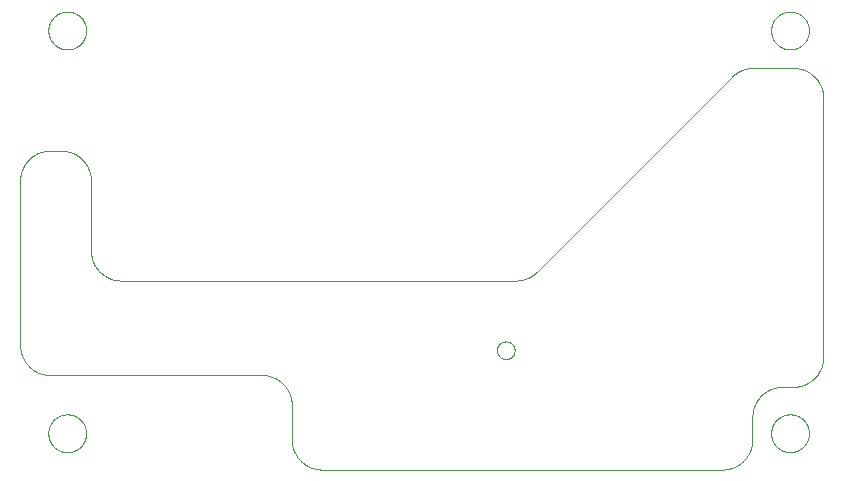
<source format=gtp>
G75*
%MOIN*%
%OFA0B0*%
%FSLAX25Y25*%
%IPPOS*%
%LPD*%
%AMOC8*
5,1,8,0,0,1.08239X$1,22.5*
%
%ADD10C,0.00000*%
D10*
X0010410Y0013087D02*
X0010412Y0013245D01*
X0010418Y0013403D01*
X0010428Y0013561D01*
X0010442Y0013719D01*
X0010460Y0013876D01*
X0010481Y0014033D01*
X0010507Y0014189D01*
X0010537Y0014345D01*
X0010570Y0014500D01*
X0010608Y0014653D01*
X0010649Y0014806D01*
X0010694Y0014958D01*
X0010743Y0015109D01*
X0010796Y0015258D01*
X0010852Y0015406D01*
X0010912Y0015552D01*
X0010976Y0015697D01*
X0011044Y0015840D01*
X0011115Y0015982D01*
X0011189Y0016122D01*
X0011267Y0016259D01*
X0011349Y0016395D01*
X0011433Y0016529D01*
X0011522Y0016660D01*
X0011613Y0016789D01*
X0011708Y0016916D01*
X0011805Y0017041D01*
X0011906Y0017163D01*
X0012010Y0017282D01*
X0012117Y0017399D01*
X0012227Y0017513D01*
X0012340Y0017624D01*
X0012455Y0017733D01*
X0012573Y0017838D01*
X0012694Y0017940D01*
X0012817Y0018040D01*
X0012943Y0018136D01*
X0013071Y0018229D01*
X0013201Y0018319D01*
X0013334Y0018405D01*
X0013469Y0018489D01*
X0013605Y0018568D01*
X0013744Y0018645D01*
X0013885Y0018717D01*
X0014027Y0018787D01*
X0014171Y0018852D01*
X0014317Y0018914D01*
X0014464Y0018972D01*
X0014613Y0019027D01*
X0014763Y0019078D01*
X0014914Y0019125D01*
X0015066Y0019168D01*
X0015219Y0019207D01*
X0015374Y0019243D01*
X0015529Y0019274D01*
X0015685Y0019302D01*
X0015841Y0019326D01*
X0015998Y0019346D01*
X0016156Y0019362D01*
X0016313Y0019374D01*
X0016472Y0019382D01*
X0016630Y0019386D01*
X0016788Y0019386D01*
X0016946Y0019382D01*
X0017105Y0019374D01*
X0017262Y0019362D01*
X0017420Y0019346D01*
X0017577Y0019326D01*
X0017733Y0019302D01*
X0017889Y0019274D01*
X0018044Y0019243D01*
X0018199Y0019207D01*
X0018352Y0019168D01*
X0018504Y0019125D01*
X0018655Y0019078D01*
X0018805Y0019027D01*
X0018954Y0018972D01*
X0019101Y0018914D01*
X0019247Y0018852D01*
X0019391Y0018787D01*
X0019533Y0018717D01*
X0019674Y0018645D01*
X0019813Y0018568D01*
X0019949Y0018489D01*
X0020084Y0018405D01*
X0020217Y0018319D01*
X0020347Y0018229D01*
X0020475Y0018136D01*
X0020601Y0018040D01*
X0020724Y0017940D01*
X0020845Y0017838D01*
X0020963Y0017733D01*
X0021078Y0017624D01*
X0021191Y0017513D01*
X0021301Y0017399D01*
X0021408Y0017282D01*
X0021512Y0017163D01*
X0021613Y0017041D01*
X0021710Y0016916D01*
X0021805Y0016789D01*
X0021896Y0016660D01*
X0021985Y0016529D01*
X0022069Y0016395D01*
X0022151Y0016259D01*
X0022229Y0016122D01*
X0022303Y0015982D01*
X0022374Y0015840D01*
X0022442Y0015697D01*
X0022506Y0015552D01*
X0022566Y0015406D01*
X0022622Y0015258D01*
X0022675Y0015109D01*
X0022724Y0014958D01*
X0022769Y0014806D01*
X0022810Y0014653D01*
X0022848Y0014500D01*
X0022881Y0014345D01*
X0022911Y0014189D01*
X0022937Y0014033D01*
X0022958Y0013876D01*
X0022976Y0013719D01*
X0022990Y0013561D01*
X0023000Y0013403D01*
X0023006Y0013245D01*
X0023008Y0013087D01*
X0023006Y0012929D01*
X0023000Y0012771D01*
X0022990Y0012613D01*
X0022976Y0012455D01*
X0022958Y0012298D01*
X0022937Y0012141D01*
X0022911Y0011985D01*
X0022881Y0011829D01*
X0022848Y0011674D01*
X0022810Y0011521D01*
X0022769Y0011368D01*
X0022724Y0011216D01*
X0022675Y0011065D01*
X0022622Y0010916D01*
X0022566Y0010768D01*
X0022506Y0010622D01*
X0022442Y0010477D01*
X0022374Y0010334D01*
X0022303Y0010192D01*
X0022229Y0010052D01*
X0022151Y0009915D01*
X0022069Y0009779D01*
X0021985Y0009645D01*
X0021896Y0009514D01*
X0021805Y0009385D01*
X0021710Y0009258D01*
X0021613Y0009133D01*
X0021512Y0009011D01*
X0021408Y0008892D01*
X0021301Y0008775D01*
X0021191Y0008661D01*
X0021078Y0008550D01*
X0020963Y0008441D01*
X0020845Y0008336D01*
X0020724Y0008234D01*
X0020601Y0008134D01*
X0020475Y0008038D01*
X0020347Y0007945D01*
X0020217Y0007855D01*
X0020084Y0007769D01*
X0019949Y0007685D01*
X0019813Y0007606D01*
X0019674Y0007529D01*
X0019533Y0007457D01*
X0019391Y0007387D01*
X0019247Y0007322D01*
X0019101Y0007260D01*
X0018954Y0007202D01*
X0018805Y0007147D01*
X0018655Y0007096D01*
X0018504Y0007049D01*
X0018352Y0007006D01*
X0018199Y0006967D01*
X0018044Y0006931D01*
X0017889Y0006900D01*
X0017733Y0006872D01*
X0017577Y0006848D01*
X0017420Y0006828D01*
X0017262Y0006812D01*
X0017105Y0006800D01*
X0016946Y0006792D01*
X0016788Y0006788D01*
X0016630Y0006788D01*
X0016472Y0006792D01*
X0016313Y0006800D01*
X0016156Y0006812D01*
X0015998Y0006828D01*
X0015841Y0006848D01*
X0015685Y0006872D01*
X0015529Y0006900D01*
X0015374Y0006931D01*
X0015219Y0006967D01*
X0015066Y0007006D01*
X0014914Y0007049D01*
X0014763Y0007096D01*
X0014613Y0007147D01*
X0014464Y0007202D01*
X0014317Y0007260D01*
X0014171Y0007322D01*
X0014027Y0007387D01*
X0013885Y0007457D01*
X0013744Y0007529D01*
X0013605Y0007606D01*
X0013469Y0007685D01*
X0013334Y0007769D01*
X0013201Y0007855D01*
X0013071Y0007945D01*
X0012943Y0008038D01*
X0012817Y0008134D01*
X0012694Y0008234D01*
X0012573Y0008336D01*
X0012455Y0008441D01*
X0012340Y0008550D01*
X0012227Y0008661D01*
X0012117Y0008775D01*
X0012010Y0008892D01*
X0011906Y0009011D01*
X0011805Y0009133D01*
X0011708Y0009258D01*
X0011613Y0009385D01*
X0011522Y0009514D01*
X0011433Y0009645D01*
X0011349Y0009779D01*
X0011267Y0009915D01*
X0011189Y0010052D01*
X0011115Y0010192D01*
X0011044Y0010334D01*
X0010976Y0010477D01*
X0010912Y0010622D01*
X0010852Y0010768D01*
X0010796Y0010916D01*
X0010743Y0011065D01*
X0010694Y0011216D01*
X0010649Y0011368D01*
X0010608Y0011521D01*
X0010570Y0011674D01*
X0010537Y0011829D01*
X0010507Y0011985D01*
X0010481Y0012141D01*
X0010460Y0012298D01*
X0010442Y0012455D01*
X0010428Y0012613D01*
X0010418Y0012771D01*
X0010412Y0012929D01*
X0010410Y0013087D01*
X0011000Y0032496D02*
X0081551Y0032496D01*
X0081793Y0032493D01*
X0082034Y0032484D01*
X0082275Y0032470D01*
X0082516Y0032449D01*
X0082756Y0032423D01*
X0082996Y0032391D01*
X0083235Y0032353D01*
X0083472Y0032310D01*
X0083709Y0032260D01*
X0083944Y0032205D01*
X0084178Y0032145D01*
X0084410Y0032078D01*
X0084641Y0032007D01*
X0084870Y0031929D01*
X0085097Y0031846D01*
X0085322Y0031758D01*
X0085545Y0031664D01*
X0085765Y0031565D01*
X0085983Y0031460D01*
X0086198Y0031351D01*
X0086411Y0031236D01*
X0086621Y0031116D01*
X0086827Y0030991D01*
X0087031Y0030861D01*
X0087232Y0030726D01*
X0087429Y0030586D01*
X0087623Y0030442D01*
X0087813Y0030293D01*
X0087999Y0030139D01*
X0088182Y0029981D01*
X0088361Y0029819D01*
X0088536Y0029652D01*
X0088707Y0029481D01*
X0088874Y0029306D01*
X0089036Y0029127D01*
X0089194Y0028944D01*
X0089348Y0028758D01*
X0089497Y0028568D01*
X0089641Y0028374D01*
X0089781Y0028177D01*
X0089916Y0027976D01*
X0090046Y0027772D01*
X0090171Y0027566D01*
X0090291Y0027356D01*
X0090406Y0027143D01*
X0090515Y0026928D01*
X0090620Y0026710D01*
X0090719Y0026490D01*
X0090813Y0026267D01*
X0090901Y0026042D01*
X0090984Y0025815D01*
X0091062Y0025586D01*
X0091133Y0025355D01*
X0091200Y0025123D01*
X0091260Y0024889D01*
X0091315Y0024654D01*
X0091365Y0024417D01*
X0091408Y0024180D01*
X0091446Y0023941D01*
X0091478Y0023701D01*
X0091504Y0023461D01*
X0091525Y0023220D01*
X0091539Y0022979D01*
X0091548Y0022738D01*
X0091551Y0022496D01*
X0091551Y0011000D01*
X0091554Y0010758D01*
X0091563Y0010517D01*
X0091577Y0010276D01*
X0091598Y0010035D01*
X0091624Y0009795D01*
X0091656Y0009555D01*
X0091694Y0009316D01*
X0091737Y0009079D01*
X0091787Y0008842D01*
X0091842Y0008607D01*
X0091902Y0008373D01*
X0091969Y0008141D01*
X0092040Y0007910D01*
X0092118Y0007681D01*
X0092201Y0007454D01*
X0092289Y0007229D01*
X0092383Y0007006D01*
X0092482Y0006786D01*
X0092587Y0006568D01*
X0092696Y0006353D01*
X0092811Y0006140D01*
X0092931Y0005930D01*
X0093056Y0005724D01*
X0093186Y0005520D01*
X0093321Y0005319D01*
X0093461Y0005122D01*
X0093605Y0004928D01*
X0093754Y0004738D01*
X0093908Y0004552D01*
X0094066Y0004369D01*
X0094228Y0004190D01*
X0094395Y0004015D01*
X0094566Y0003844D01*
X0094741Y0003677D01*
X0094920Y0003515D01*
X0095103Y0003357D01*
X0095289Y0003203D01*
X0095479Y0003054D01*
X0095673Y0002910D01*
X0095870Y0002770D01*
X0096071Y0002635D01*
X0096275Y0002505D01*
X0096481Y0002380D01*
X0096691Y0002260D01*
X0096904Y0002145D01*
X0097119Y0002036D01*
X0097337Y0001931D01*
X0097557Y0001832D01*
X0097780Y0001738D01*
X0098005Y0001650D01*
X0098232Y0001567D01*
X0098461Y0001489D01*
X0098692Y0001418D01*
X0098924Y0001351D01*
X0099158Y0001291D01*
X0099393Y0001236D01*
X0099630Y0001186D01*
X0099867Y0001143D01*
X0100106Y0001105D01*
X0100346Y0001073D01*
X0100586Y0001047D01*
X0100827Y0001026D01*
X0101068Y0001012D01*
X0101309Y0001003D01*
X0101551Y0001000D01*
X0235094Y0001000D01*
X0235336Y0001003D01*
X0235577Y0001012D01*
X0235818Y0001026D01*
X0236059Y0001047D01*
X0236299Y0001073D01*
X0236539Y0001105D01*
X0236778Y0001143D01*
X0237015Y0001186D01*
X0237252Y0001236D01*
X0237487Y0001291D01*
X0237721Y0001351D01*
X0237953Y0001418D01*
X0238184Y0001489D01*
X0238413Y0001567D01*
X0238640Y0001650D01*
X0238865Y0001738D01*
X0239088Y0001832D01*
X0239308Y0001931D01*
X0239526Y0002036D01*
X0239741Y0002145D01*
X0239954Y0002260D01*
X0240164Y0002380D01*
X0240370Y0002505D01*
X0240574Y0002635D01*
X0240775Y0002770D01*
X0240972Y0002910D01*
X0241166Y0003054D01*
X0241356Y0003203D01*
X0241542Y0003357D01*
X0241725Y0003515D01*
X0241904Y0003677D01*
X0242079Y0003844D01*
X0242250Y0004015D01*
X0242417Y0004190D01*
X0242579Y0004369D01*
X0242737Y0004552D01*
X0242891Y0004738D01*
X0243040Y0004928D01*
X0243184Y0005122D01*
X0243324Y0005319D01*
X0243459Y0005520D01*
X0243589Y0005724D01*
X0243714Y0005930D01*
X0243834Y0006140D01*
X0243949Y0006353D01*
X0244058Y0006568D01*
X0244163Y0006786D01*
X0244262Y0007006D01*
X0244356Y0007229D01*
X0244444Y0007454D01*
X0244527Y0007681D01*
X0244605Y0007910D01*
X0244676Y0008141D01*
X0244743Y0008373D01*
X0244803Y0008607D01*
X0244858Y0008842D01*
X0244908Y0009079D01*
X0244951Y0009316D01*
X0244989Y0009555D01*
X0245021Y0009795D01*
X0245047Y0010035D01*
X0245068Y0010276D01*
X0245082Y0010517D01*
X0245091Y0010758D01*
X0245094Y0011000D01*
X0245094Y0018559D01*
X0245097Y0018801D01*
X0245106Y0019042D01*
X0245120Y0019283D01*
X0245141Y0019524D01*
X0245167Y0019764D01*
X0245199Y0020004D01*
X0245237Y0020243D01*
X0245280Y0020480D01*
X0245330Y0020717D01*
X0245385Y0020952D01*
X0245445Y0021186D01*
X0245512Y0021418D01*
X0245583Y0021649D01*
X0245661Y0021878D01*
X0245744Y0022105D01*
X0245832Y0022330D01*
X0245926Y0022553D01*
X0246025Y0022773D01*
X0246130Y0022991D01*
X0246239Y0023206D01*
X0246354Y0023419D01*
X0246474Y0023629D01*
X0246599Y0023835D01*
X0246729Y0024039D01*
X0246864Y0024240D01*
X0247004Y0024437D01*
X0247148Y0024631D01*
X0247297Y0024821D01*
X0247451Y0025007D01*
X0247609Y0025190D01*
X0247771Y0025369D01*
X0247938Y0025544D01*
X0248109Y0025715D01*
X0248284Y0025882D01*
X0248463Y0026044D01*
X0248646Y0026202D01*
X0248832Y0026356D01*
X0249022Y0026505D01*
X0249216Y0026649D01*
X0249413Y0026789D01*
X0249614Y0026924D01*
X0249818Y0027054D01*
X0250024Y0027179D01*
X0250234Y0027299D01*
X0250447Y0027414D01*
X0250662Y0027523D01*
X0250880Y0027628D01*
X0251100Y0027727D01*
X0251323Y0027821D01*
X0251548Y0027909D01*
X0251775Y0027992D01*
X0252004Y0028070D01*
X0252235Y0028141D01*
X0252467Y0028208D01*
X0252701Y0028268D01*
X0252936Y0028323D01*
X0253173Y0028373D01*
X0253410Y0028416D01*
X0253649Y0028454D01*
X0253889Y0028486D01*
X0254129Y0028512D01*
X0254370Y0028533D01*
X0254611Y0028547D01*
X0254852Y0028556D01*
X0255094Y0028559D01*
X0258717Y0028559D01*
X0258959Y0028562D01*
X0259200Y0028571D01*
X0259441Y0028585D01*
X0259682Y0028606D01*
X0259922Y0028632D01*
X0260162Y0028664D01*
X0260401Y0028702D01*
X0260638Y0028745D01*
X0260875Y0028795D01*
X0261110Y0028850D01*
X0261344Y0028910D01*
X0261576Y0028977D01*
X0261807Y0029048D01*
X0262036Y0029126D01*
X0262263Y0029209D01*
X0262488Y0029297D01*
X0262711Y0029391D01*
X0262931Y0029490D01*
X0263149Y0029595D01*
X0263364Y0029704D01*
X0263577Y0029819D01*
X0263787Y0029939D01*
X0263993Y0030064D01*
X0264197Y0030194D01*
X0264398Y0030329D01*
X0264595Y0030469D01*
X0264789Y0030613D01*
X0264979Y0030762D01*
X0265165Y0030916D01*
X0265348Y0031074D01*
X0265527Y0031236D01*
X0265702Y0031403D01*
X0265873Y0031574D01*
X0266040Y0031749D01*
X0266202Y0031928D01*
X0266360Y0032111D01*
X0266514Y0032297D01*
X0266663Y0032487D01*
X0266807Y0032681D01*
X0266947Y0032878D01*
X0267082Y0033079D01*
X0267212Y0033283D01*
X0267337Y0033489D01*
X0267457Y0033699D01*
X0267572Y0033912D01*
X0267681Y0034127D01*
X0267786Y0034345D01*
X0267885Y0034565D01*
X0267979Y0034788D01*
X0268067Y0035013D01*
X0268150Y0035240D01*
X0268228Y0035469D01*
X0268299Y0035700D01*
X0268366Y0035932D01*
X0268426Y0036166D01*
X0268481Y0036401D01*
X0268531Y0036638D01*
X0268574Y0036875D01*
X0268612Y0037114D01*
X0268644Y0037354D01*
X0268670Y0037594D01*
X0268691Y0037835D01*
X0268705Y0038076D01*
X0268714Y0038317D01*
X0268717Y0038559D01*
X0268717Y0124858D01*
X0268714Y0125100D01*
X0268705Y0125341D01*
X0268691Y0125582D01*
X0268670Y0125823D01*
X0268644Y0126063D01*
X0268612Y0126303D01*
X0268574Y0126542D01*
X0268531Y0126779D01*
X0268481Y0127016D01*
X0268426Y0127251D01*
X0268366Y0127485D01*
X0268299Y0127717D01*
X0268228Y0127948D01*
X0268150Y0128177D01*
X0268067Y0128404D01*
X0267979Y0128629D01*
X0267885Y0128852D01*
X0267786Y0129072D01*
X0267681Y0129290D01*
X0267572Y0129505D01*
X0267457Y0129718D01*
X0267337Y0129928D01*
X0267212Y0130134D01*
X0267082Y0130338D01*
X0266947Y0130539D01*
X0266807Y0130736D01*
X0266663Y0130930D01*
X0266514Y0131120D01*
X0266360Y0131306D01*
X0266202Y0131489D01*
X0266040Y0131668D01*
X0265873Y0131843D01*
X0265702Y0132014D01*
X0265527Y0132181D01*
X0265348Y0132343D01*
X0265165Y0132501D01*
X0264979Y0132655D01*
X0264789Y0132804D01*
X0264595Y0132948D01*
X0264398Y0133088D01*
X0264197Y0133223D01*
X0263993Y0133353D01*
X0263787Y0133478D01*
X0263577Y0133598D01*
X0263364Y0133713D01*
X0263149Y0133822D01*
X0262931Y0133927D01*
X0262711Y0134026D01*
X0262488Y0134120D01*
X0262263Y0134208D01*
X0262036Y0134291D01*
X0261807Y0134369D01*
X0261576Y0134440D01*
X0261344Y0134507D01*
X0261110Y0134567D01*
X0260875Y0134622D01*
X0260638Y0134672D01*
X0260401Y0134715D01*
X0260162Y0134753D01*
X0259922Y0134785D01*
X0259682Y0134811D01*
X0259441Y0134832D01*
X0259200Y0134846D01*
X0258959Y0134855D01*
X0258717Y0134858D01*
X0245300Y0134858D01*
X0238229Y0131929D02*
X0173220Y0066921D01*
X0166149Y0063992D02*
X0034622Y0063992D01*
X0034380Y0063995D01*
X0034139Y0064004D01*
X0033898Y0064018D01*
X0033657Y0064039D01*
X0033417Y0064065D01*
X0033177Y0064097D01*
X0032938Y0064135D01*
X0032701Y0064178D01*
X0032464Y0064228D01*
X0032229Y0064283D01*
X0031995Y0064343D01*
X0031763Y0064410D01*
X0031532Y0064481D01*
X0031303Y0064559D01*
X0031076Y0064642D01*
X0030851Y0064730D01*
X0030628Y0064824D01*
X0030408Y0064923D01*
X0030190Y0065028D01*
X0029975Y0065137D01*
X0029762Y0065252D01*
X0029552Y0065372D01*
X0029346Y0065497D01*
X0029142Y0065627D01*
X0028941Y0065762D01*
X0028744Y0065902D01*
X0028550Y0066046D01*
X0028360Y0066195D01*
X0028174Y0066349D01*
X0027991Y0066507D01*
X0027812Y0066669D01*
X0027637Y0066836D01*
X0027466Y0067007D01*
X0027299Y0067182D01*
X0027137Y0067361D01*
X0026979Y0067544D01*
X0026825Y0067730D01*
X0026676Y0067920D01*
X0026532Y0068114D01*
X0026392Y0068311D01*
X0026257Y0068512D01*
X0026127Y0068716D01*
X0026002Y0068922D01*
X0025882Y0069132D01*
X0025767Y0069345D01*
X0025658Y0069560D01*
X0025553Y0069778D01*
X0025454Y0069998D01*
X0025360Y0070221D01*
X0025272Y0070446D01*
X0025189Y0070673D01*
X0025111Y0070902D01*
X0025040Y0071133D01*
X0024973Y0071365D01*
X0024913Y0071599D01*
X0024858Y0071834D01*
X0024808Y0072071D01*
X0024765Y0072308D01*
X0024727Y0072547D01*
X0024695Y0072787D01*
X0024669Y0073027D01*
X0024648Y0073268D01*
X0024634Y0073509D01*
X0024625Y0073750D01*
X0024622Y0073992D01*
X0024622Y0097299D01*
X0024619Y0097541D01*
X0024610Y0097782D01*
X0024596Y0098023D01*
X0024575Y0098264D01*
X0024549Y0098504D01*
X0024517Y0098744D01*
X0024479Y0098983D01*
X0024436Y0099220D01*
X0024386Y0099457D01*
X0024331Y0099692D01*
X0024271Y0099926D01*
X0024204Y0100158D01*
X0024133Y0100389D01*
X0024055Y0100618D01*
X0023972Y0100845D01*
X0023884Y0101070D01*
X0023790Y0101293D01*
X0023691Y0101513D01*
X0023586Y0101731D01*
X0023477Y0101946D01*
X0023362Y0102159D01*
X0023242Y0102369D01*
X0023117Y0102575D01*
X0022987Y0102779D01*
X0022852Y0102980D01*
X0022712Y0103177D01*
X0022568Y0103371D01*
X0022419Y0103561D01*
X0022265Y0103747D01*
X0022107Y0103930D01*
X0021945Y0104109D01*
X0021778Y0104284D01*
X0021607Y0104455D01*
X0021432Y0104622D01*
X0021253Y0104784D01*
X0021070Y0104942D01*
X0020884Y0105096D01*
X0020694Y0105245D01*
X0020500Y0105389D01*
X0020303Y0105529D01*
X0020102Y0105664D01*
X0019898Y0105794D01*
X0019692Y0105919D01*
X0019482Y0106039D01*
X0019269Y0106154D01*
X0019054Y0106263D01*
X0018836Y0106368D01*
X0018616Y0106467D01*
X0018393Y0106561D01*
X0018168Y0106649D01*
X0017941Y0106732D01*
X0017712Y0106810D01*
X0017481Y0106881D01*
X0017249Y0106948D01*
X0017015Y0107008D01*
X0016780Y0107063D01*
X0016543Y0107113D01*
X0016306Y0107156D01*
X0016067Y0107194D01*
X0015827Y0107226D01*
X0015587Y0107252D01*
X0015346Y0107273D01*
X0015105Y0107287D01*
X0014864Y0107296D01*
X0014622Y0107299D01*
X0011000Y0107299D01*
X0010758Y0107296D01*
X0010517Y0107287D01*
X0010276Y0107273D01*
X0010035Y0107252D01*
X0009795Y0107226D01*
X0009555Y0107194D01*
X0009316Y0107156D01*
X0009079Y0107113D01*
X0008842Y0107063D01*
X0008607Y0107008D01*
X0008373Y0106948D01*
X0008141Y0106881D01*
X0007910Y0106810D01*
X0007681Y0106732D01*
X0007454Y0106649D01*
X0007229Y0106561D01*
X0007006Y0106467D01*
X0006786Y0106368D01*
X0006568Y0106263D01*
X0006353Y0106154D01*
X0006140Y0106039D01*
X0005930Y0105919D01*
X0005724Y0105794D01*
X0005520Y0105664D01*
X0005319Y0105529D01*
X0005122Y0105389D01*
X0004928Y0105245D01*
X0004738Y0105096D01*
X0004552Y0104942D01*
X0004369Y0104784D01*
X0004190Y0104622D01*
X0004015Y0104455D01*
X0003844Y0104284D01*
X0003677Y0104109D01*
X0003515Y0103930D01*
X0003357Y0103747D01*
X0003203Y0103561D01*
X0003054Y0103371D01*
X0002910Y0103177D01*
X0002770Y0102980D01*
X0002635Y0102779D01*
X0002505Y0102575D01*
X0002380Y0102369D01*
X0002260Y0102159D01*
X0002145Y0101946D01*
X0002036Y0101731D01*
X0001931Y0101513D01*
X0001832Y0101293D01*
X0001738Y0101070D01*
X0001650Y0100845D01*
X0001567Y0100618D01*
X0001489Y0100389D01*
X0001418Y0100158D01*
X0001351Y0099926D01*
X0001291Y0099692D01*
X0001236Y0099457D01*
X0001186Y0099220D01*
X0001143Y0098983D01*
X0001105Y0098744D01*
X0001073Y0098504D01*
X0001047Y0098264D01*
X0001026Y0098023D01*
X0001012Y0097782D01*
X0001003Y0097541D01*
X0001000Y0097299D01*
X0001000Y0042496D01*
X0001003Y0042254D01*
X0001012Y0042013D01*
X0001026Y0041772D01*
X0001047Y0041531D01*
X0001073Y0041291D01*
X0001105Y0041051D01*
X0001143Y0040812D01*
X0001186Y0040575D01*
X0001236Y0040338D01*
X0001291Y0040103D01*
X0001351Y0039869D01*
X0001418Y0039637D01*
X0001489Y0039406D01*
X0001567Y0039177D01*
X0001650Y0038950D01*
X0001738Y0038725D01*
X0001832Y0038502D01*
X0001931Y0038282D01*
X0002036Y0038064D01*
X0002145Y0037849D01*
X0002260Y0037636D01*
X0002380Y0037426D01*
X0002505Y0037220D01*
X0002635Y0037016D01*
X0002770Y0036815D01*
X0002910Y0036618D01*
X0003054Y0036424D01*
X0003203Y0036234D01*
X0003357Y0036048D01*
X0003515Y0035865D01*
X0003677Y0035686D01*
X0003844Y0035511D01*
X0004015Y0035340D01*
X0004190Y0035173D01*
X0004369Y0035011D01*
X0004552Y0034853D01*
X0004738Y0034699D01*
X0004928Y0034550D01*
X0005122Y0034406D01*
X0005319Y0034266D01*
X0005520Y0034131D01*
X0005724Y0034001D01*
X0005930Y0033876D01*
X0006140Y0033756D01*
X0006353Y0033641D01*
X0006568Y0033532D01*
X0006786Y0033427D01*
X0007006Y0033328D01*
X0007229Y0033234D01*
X0007454Y0033146D01*
X0007681Y0033063D01*
X0007910Y0032985D01*
X0008141Y0032914D01*
X0008373Y0032847D01*
X0008607Y0032787D01*
X0008842Y0032732D01*
X0009079Y0032682D01*
X0009316Y0032639D01*
X0009555Y0032601D01*
X0009795Y0032569D01*
X0010035Y0032543D01*
X0010276Y0032522D01*
X0010517Y0032508D01*
X0010758Y0032499D01*
X0011000Y0032496D01*
X0159937Y0040744D02*
X0159939Y0040852D01*
X0159945Y0040961D01*
X0159955Y0041069D01*
X0159969Y0041176D01*
X0159987Y0041283D01*
X0160008Y0041390D01*
X0160034Y0041495D01*
X0160064Y0041600D01*
X0160097Y0041703D01*
X0160134Y0041805D01*
X0160175Y0041905D01*
X0160219Y0042004D01*
X0160268Y0042102D01*
X0160319Y0042197D01*
X0160374Y0042290D01*
X0160433Y0042382D01*
X0160495Y0042471D01*
X0160560Y0042558D01*
X0160628Y0042642D01*
X0160699Y0042724D01*
X0160773Y0042803D01*
X0160850Y0042879D01*
X0160930Y0042953D01*
X0161013Y0043023D01*
X0161098Y0043091D01*
X0161185Y0043155D01*
X0161275Y0043216D01*
X0161367Y0043274D01*
X0161461Y0043328D01*
X0161557Y0043379D01*
X0161654Y0043426D01*
X0161754Y0043470D01*
X0161855Y0043510D01*
X0161957Y0043546D01*
X0162060Y0043578D01*
X0162165Y0043607D01*
X0162271Y0043631D01*
X0162377Y0043652D01*
X0162484Y0043669D01*
X0162592Y0043682D01*
X0162700Y0043691D01*
X0162809Y0043696D01*
X0162917Y0043697D01*
X0163026Y0043694D01*
X0163134Y0043687D01*
X0163242Y0043676D01*
X0163349Y0043661D01*
X0163456Y0043642D01*
X0163562Y0043619D01*
X0163667Y0043593D01*
X0163772Y0043562D01*
X0163874Y0043528D01*
X0163976Y0043490D01*
X0164076Y0043448D01*
X0164175Y0043403D01*
X0164272Y0043354D01*
X0164366Y0043301D01*
X0164459Y0043245D01*
X0164550Y0043186D01*
X0164639Y0043123D01*
X0164725Y0043058D01*
X0164809Y0042989D01*
X0164890Y0042917D01*
X0164968Y0042842D01*
X0165044Y0042764D01*
X0165117Y0042683D01*
X0165187Y0042600D01*
X0165253Y0042515D01*
X0165317Y0042427D01*
X0165377Y0042336D01*
X0165434Y0042244D01*
X0165487Y0042149D01*
X0165537Y0042053D01*
X0165583Y0041955D01*
X0165626Y0041855D01*
X0165665Y0041754D01*
X0165700Y0041651D01*
X0165732Y0041548D01*
X0165759Y0041443D01*
X0165783Y0041337D01*
X0165803Y0041230D01*
X0165819Y0041123D01*
X0165831Y0041015D01*
X0165839Y0040907D01*
X0165843Y0040798D01*
X0165843Y0040690D01*
X0165839Y0040581D01*
X0165831Y0040473D01*
X0165819Y0040365D01*
X0165803Y0040258D01*
X0165783Y0040151D01*
X0165759Y0040045D01*
X0165732Y0039940D01*
X0165700Y0039837D01*
X0165665Y0039734D01*
X0165626Y0039633D01*
X0165583Y0039533D01*
X0165537Y0039435D01*
X0165487Y0039339D01*
X0165434Y0039244D01*
X0165377Y0039152D01*
X0165317Y0039061D01*
X0165253Y0038973D01*
X0165187Y0038888D01*
X0165117Y0038805D01*
X0165044Y0038724D01*
X0164968Y0038646D01*
X0164890Y0038571D01*
X0164809Y0038499D01*
X0164725Y0038430D01*
X0164639Y0038365D01*
X0164550Y0038302D01*
X0164459Y0038243D01*
X0164367Y0038187D01*
X0164272Y0038134D01*
X0164175Y0038085D01*
X0164076Y0038040D01*
X0163976Y0037998D01*
X0163874Y0037960D01*
X0163772Y0037926D01*
X0163667Y0037895D01*
X0163562Y0037869D01*
X0163456Y0037846D01*
X0163349Y0037827D01*
X0163242Y0037812D01*
X0163134Y0037801D01*
X0163026Y0037794D01*
X0162917Y0037791D01*
X0162809Y0037792D01*
X0162700Y0037797D01*
X0162592Y0037806D01*
X0162484Y0037819D01*
X0162377Y0037836D01*
X0162271Y0037857D01*
X0162165Y0037881D01*
X0162060Y0037910D01*
X0161957Y0037942D01*
X0161855Y0037978D01*
X0161754Y0038018D01*
X0161654Y0038062D01*
X0161557Y0038109D01*
X0161461Y0038160D01*
X0161367Y0038214D01*
X0161275Y0038272D01*
X0161185Y0038333D01*
X0161098Y0038397D01*
X0161013Y0038465D01*
X0160930Y0038535D01*
X0160850Y0038609D01*
X0160773Y0038685D01*
X0160699Y0038764D01*
X0160628Y0038846D01*
X0160560Y0038930D01*
X0160495Y0039017D01*
X0160433Y0039106D01*
X0160374Y0039198D01*
X0160319Y0039291D01*
X0160268Y0039386D01*
X0160219Y0039484D01*
X0160175Y0039583D01*
X0160134Y0039683D01*
X0160097Y0039785D01*
X0160064Y0039888D01*
X0160034Y0039993D01*
X0160008Y0040098D01*
X0159987Y0040205D01*
X0159969Y0040312D01*
X0159955Y0040419D01*
X0159945Y0040527D01*
X0159939Y0040636D01*
X0159937Y0040744D01*
X0166149Y0063992D02*
X0166387Y0063995D01*
X0166625Y0064003D01*
X0166862Y0064017D01*
X0167100Y0064037D01*
X0167336Y0064063D01*
X0167572Y0064094D01*
X0167807Y0064130D01*
X0168042Y0064173D01*
X0168275Y0064221D01*
X0168507Y0064274D01*
X0168737Y0064333D01*
X0168966Y0064397D01*
X0169194Y0064467D01*
X0169420Y0064542D01*
X0169644Y0064623D01*
X0169866Y0064708D01*
X0170086Y0064799D01*
X0170303Y0064896D01*
X0170518Y0064997D01*
X0170731Y0065104D01*
X0170941Y0065215D01*
X0171149Y0065332D01*
X0171354Y0065453D01*
X0171555Y0065579D01*
X0171754Y0065711D01*
X0171950Y0065846D01*
X0172142Y0065987D01*
X0172331Y0066131D01*
X0172516Y0066281D01*
X0172698Y0066435D01*
X0172876Y0066592D01*
X0173050Y0066755D01*
X0173220Y0066921D01*
X0251355Y0013087D02*
X0251357Y0013245D01*
X0251363Y0013403D01*
X0251373Y0013561D01*
X0251387Y0013719D01*
X0251405Y0013876D01*
X0251426Y0014033D01*
X0251452Y0014189D01*
X0251482Y0014345D01*
X0251515Y0014500D01*
X0251553Y0014653D01*
X0251594Y0014806D01*
X0251639Y0014958D01*
X0251688Y0015109D01*
X0251741Y0015258D01*
X0251797Y0015406D01*
X0251857Y0015552D01*
X0251921Y0015697D01*
X0251989Y0015840D01*
X0252060Y0015982D01*
X0252134Y0016122D01*
X0252212Y0016259D01*
X0252294Y0016395D01*
X0252378Y0016529D01*
X0252467Y0016660D01*
X0252558Y0016789D01*
X0252653Y0016916D01*
X0252750Y0017041D01*
X0252851Y0017163D01*
X0252955Y0017282D01*
X0253062Y0017399D01*
X0253172Y0017513D01*
X0253285Y0017624D01*
X0253400Y0017733D01*
X0253518Y0017838D01*
X0253639Y0017940D01*
X0253762Y0018040D01*
X0253888Y0018136D01*
X0254016Y0018229D01*
X0254146Y0018319D01*
X0254279Y0018405D01*
X0254414Y0018489D01*
X0254550Y0018568D01*
X0254689Y0018645D01*
X0254830Y0018717D01*
X0254972Y0018787D01*
X0255116Y0018852D01*
X0255262Y0018914D01*
X0255409Y0018972D01*
X0255558Y0019027D01*
X0255708Y0019078D01*
X0255859Y0019125D01*
X0256011Y0019168D01*
X0256164Y0019207D01*
X0256319Y0019243D01*
X0256474Y0019274D01*
X0256630Y0019302D01*
X0256786Y0019326D01*
X0256943Y0019346D01*
X0257101Y0019362D01*
X0257258Y0019374D01*
X0257417Y0019382D01*
X0257575Y0019386D01*
X0257733Y0019386D01*
X0257891Y0019382D01*
X0258050Y0019374D01*
X0258207Y0019362D01*
X0258365Y0019346D01*
X0258522Y0019326D01*
X0258678Y0019302D01*
X0258834Y0019274D01*
X0258989Y0019243D01*
X0259144Y0019207D01*
X0259297Y0019168D01*
X0259449Y0019125D01*
X0259600Y0019078D01*
X0259750Y0019027D01*
X0259899Y0018972D01*
X0260046Y0018914D01*
X0260192Y0018852D01*
X0260336Y0018787D01*
X0260478Y0018717D01*
X0260619Y0018645D01*
X0260758Y0018568D01*
X0260894Y0018489D01*
X0261029Y0018405D01*
X0261162Y0018319D01*
X0261292Y0018229D01*
X0261420Y0018136D01*
X0261546Y0018040D01*
X0261669Y0017940D01*
X0261790Y0017838D01*
X0261908Y0017733D01*
X0262023Y0017624D01*
X0262136Y0017513D01*
X0262246Y0017399D01*
X0262353Y0017282D01*
X0262457Y0017163D01*
X0262558Y0017041D01*
X0262655Y0016916D01*
X0262750Y0016789D01*
X0262841Y0016660D01*
X0262930Y0016529D01*
X0263014Y0016395D01*
X0263096Y0016259D01*
X0263174Y0016122D01*
X0263248Y0015982D01*
X0263319Y0015840D01*
X0263387Y0015697D01*
X0263451Y0015552D01*
X0263511Y0015406D01*
X0263567Y0015258D01*
X0263620Y0015109D01*
X0263669Y0014958D01*
X0263714Y0014806D01*
X0263755Y0014653D01*
X0263793Y0014500D01*
X0263826Y0014345D01*
X0263856Y0014189D01*
X0263882Y0014033D01*
X0263903Y0013876D01*
X0263921Y0013719D01*
X0263935Y0013561D01*
X0263945Y0013403D01*
X0263951Y0013245D01*
X0263953Y0013087D01*
X0263951Y0012929D01*
X0263945Y0012771D01*
X0263935Y0012613D01*
X0263921Y0012455D01*
X0263903Y0012298D01*
X0263882Y0012141D01*
X0263856Y0011985D01*
X0263826Y0011829D01*
X0263793Y0011674D01*
X0263755Y0011521D01*
X0263714Y0011368D01*
X0263669Y0011216D01*
X0263620Y0011065D01*
X0263567Y0010916D01*
X0263511Y0010768D01*
X0263451Y0010622D01*
X0263387Y0010477D01*
X0263319Y0010334D01*
X0263248Y0010192D01*
X0263174Y0010052D01*
X0263096Y0009915D01*
X0263014Y0009779D01*
X0262930Y0009645D01*
X0262841Y0009514D01*
X0262750Y0009385D01*
X0262655Y0009258D01*
X0262558Y0009133D01*
X0262457Y0009011D01*
X0262353Y0008892D01*
X0262246Y0008775D01*
X0262136Y0008661D01*
X0262023Y0008550D01*
X0261908Y0008441D01*
X0261790Y0008336D01*
X0261669Y0008234D01*
X0261546Y0008134D01*
X0261420Y0008038D01*
X0261292Y0007945D01*
X0261162Y0007855D01*
X0261029Y0007769D01*
X0260894Y0007685D01*
X0260758Y0007606D01*
X0260619Y0007529D01*
X0260478Y0007457D01*
X0260336Y0007387D01*
X0260192Y0007322D01*
X0260046Y0007260D01*
X0259899Y0007202D01*
X0259750Y0007147D01*
X0259600Y0007096D01*
X0259449Y0007049D01*
X0259297Y0007006D01*
X0259144Y0006967D01*
X0258989Y0006931D01*
X0258834Y0006900D01*
X0258678Y0006872D01*
X0258522Y0006848D01*
X0258365Y0006828D01*
X0258207Y0006812D01*
X0258050Y0006800D01*
X0257891Y0006792D01*
X0257733Y0006788D01*
X0257575Y0006788D01*
X0257417Y0006792D01*
X0257258Y0006800D01*
X0257101Y0006812D01*
X0256943Y0006828D01*
X0256786Y0006848D01*
X0256630Y0006872D01*
X0256474Y0006900D01*
X0256319Y0006931D01*
X0256164Y0006967D01*
X0256011Y0007006D01*
X0255859Y0007049D01*
X0255708Y0007096D01*
X0255558Y0007147D01*
X0255409Y0007202D01*
X0255262Y0007260D01*
X0255116Y0007322D01*
X0254972Y0007387D01*
X0254830Y0007457D01*
X0254689Y0007529D01*
X0254550Y0007606D01*
X0254414Y0007685D01*
X0254279Y0007769D01*
X0254146Y0007855D01*
X0254016Y0007945D01*
X0253888Y0008038D01*
X0253762Y0008134D01*
X0253639Y0008234D01*
X0253518Y0008336D01*
X0253400Y0008441D01*
X0253285Y0008550D01*
X0253172Y0008661D01*
X0253062Y0008775D01*
X0252955Y0008892D01*
X0252851Y0009011D01*
X0252750Y0009133D01*
X0252653Y0009258D01*
X0252558Y0009385D01*
X0252467Y0009514D01*
X0252378Y0009645D01*
X0252294Y0009779D01*
X0252212Y0009915D01*
X0252134Y0010052D01*
X0252060Y0010192D01*
X0251989Y0010334D01*
X0251921Y0010477D01*
X0251857Y0010622D01*
X0251797Y0010768D01*
X0251741Y0010916D01*
X0251688Y0011065D01*
X0251639Y0011216D01*
X0251594Y0011368D01*
X0251553Y0011521D01*
X0251515Y0011674D01*
X0251482Y0011829D01*
X0251452Y0011985D01*
X0251426Y0012141D01*
X0251405Y0012298D01*
X0251387Y0012455D01*
X0251373Y0012613D01*
X0251363Y0012771D01*
X0251357Y0012929D01*
X0251355Y0013087D01*
X0238229Y0131929D02*
X0238399Y0132095D01*
X0238573Y0132258D01*
X0238751Y0132415D01*
X0238933Y0132569D01*
X0239118Y0132719D01*
X0239307Y0132863D01*
X0239499Y0133004D01*
X0239695Y0133139D01*
X0239894Y0133271D01*
X0240095Y0133397D01*
X0240300Y0133518D01*
X0240508Y0133635D01*
X0240718Y0133746D01*
X0240931Y0133853D01*
X0241146Y0133954D01*
X0241363Y0134051D01*
X0241583Y0134142D01*
X0241805Y0134227D01*
X0242029Y0134308D01*
X0242255Y0134383D01*
X0242483Y0134453D01*
X0242712Y0134517D01*
X0242942Y0134576D01*
X0243174Y0134629D01*
X0243407Y0134677D01*
X0243642Y0134720D01*
X0243877Y0134756D01*
X0244113Y0134787D01*
X0244349Y0134813D01*
X0244587Y0134833D01*
X0244824Y0134847D01*
X0245062Y0134855D01*
X0245300Y0134858D01*
X0251355Y0147339D02*
X0251357Y0147497D01*
X0251363Y0147655D01*
X0251373Y0147813D01*
X0251387Y0147971D01*
X0251405Y0148128D01*
X0251426Y0148285D01*
X0251452Y0148441D01*
X0251482Y0148597D01*
X0251515Y0148752D01*
X0251553Y0148905D01*
X0251594Y0149058D01*
X0251639Y0149210D01*
X0251688Y0149361D01*
X0251741Y0149510D01*
X0251797Y0149658D01*
X0251857Y0149804D01*
X0251921Y0149949D01*
X0251989Y0150092D01*
X0252060Y0150234D01*
X0252134Y0150374D01*
X0252212Y0150511D01*
X0252294Y0150647D01*
X0252378Y0150781D01*
X0252467Y0150912D01*
X0252558Y0151041D01*
X0252653Y0151168D01*
X0252750Y0151293D01*
X0252851Y0151415D01*
X0252955Y0151534D01*
X0253062Y0151651D01*
X0253172Y0151765D01*
X0253285Y0151876D01*
X0253400Y0151985D01*
X0253518Y0152090D01*
X0253639Y0152192D01*
X0253762Y0152292D01*
X0253888Y0152388D01*
X0254016Y0152481D01*
X0254146Y0152571D01*
X0254279Y0152657D01*
X0254414Y0152741D01*
X0254550Y0152820D01*
X0254689Y0152897D01*
X0254830Y0152969D01*
X0254972Y0153039D01*
X0255116Y0153104D01*
X0255262Y0153166D01*
X0255409Y0153224D01*
X0255558Y0153279D01*
X0255708Y0153330D01*
X0255859Y0153377D01*
X0256011Y0153420D01*
X0256164Y0153459D01*
X0256319Y0153495D01*
X0256474Y0153526D01*
X0256630Y0153554D01*
X0256786Y0153578D01*
X0256943Y0153598D01*
X0257101Y0153614D01*
X0257258Y0153626D01*
X0257417Y0153634D01*
X0257575Y0153638D01*
X0257733Y0153638D01*
X0257891Y0153634D01*
X0258050Y0153626D01*
X0258207Y0153614D01*
X0258365Y0153598D01*
X0258522Y0153578D01*
X0258678Y0153554D01*
X0258834Y0153526D01*
X0258989Y0153495D01*
X0259144Y0153459D01*
X0259297Y0153420D01*
X0259449Y0153377D01*
X0259600Y0153330D01*
X0259750Y0153279D01*
X0259899Y0153224D01*
X0260046Y0153166D01*
X0260192Y0153104D01*
X0260336Y0153039D01*
X0260478Y0152969D01*
X0260619Y0152897D01*
X0260758Y0152820D01*
X0260894Y0152741D01*
X0261029Y0152657D01*
X0261162Y0152571D01*
X0261292Y0152481D01*
X0261420Y0152388D01*
X0261546Y0152292D01*
X0261669Y0152192D01*
X0261790Y0152090D01*
X0261908Y0151985D01*
X0262023Y0151876D01*
X0262136Y0151765D01*
X0262246Y0151651D01*
X0262353Y0151534D01*
X0262457Y0151415D01*
X0262558Y0151293D01*
X0262655Y0151168D01*
X0262750Y0151041D01*
X0262841Y0150912D01*
X0262930Y0150781D01*
X0263014Y0150647D01*
X0263096Y0150511D01*
X0263174Y0150374D01*
X0263248Y0150234D01*
X0263319Y0150092D01*
X0263387Y0149949D01*
X0263451Y0149804D01*
X0263511Y0149658D01*
X0263567Y0149510D01*
X0263620Y0149361D01*
X0263669Y0149210D01*
X0263714Y0149058D01*
X0263755Y0148905D01*
X0263793Y0148752D01*
X0263826Y0148597D01*
X0263856Y0148441D01*
X0263882Y0148285D01*
X0263903Y0148128D01*
X0263921Y0147971D01*
X0263935Y0147813D01*
X0263945Y0147655D01*
X0263951Y0147497D01*
X0263953Y0147339D01*
X0263951Y0147181D01*
X0263945Y0147023D01*
X0263935Y0146865D01*
X0263921Y0146707D01*
X0263903Y0146550D01*
X0263882Y0146393D01*
X0263856Y0146237D01*
X0263826Y0146081D01*
X0263793Y0145926D01*
X0263755Y0145773D01*
X0263714Y0145620D01*
X0263669Y0145468D01*
X0263620Y0145317D01*
X0263567Y0145168D01*
X0263511Y0145020D01*
X0263451Y0144874D01*
X0263387Y0144729D01*
X0263319Y0144586D01*
X0263248Y0144444D01*
X0263174Y0144304D01*
X0263096Y0144167D01*
X0263014Y0144031D01*
X0262930Y0143897D01*
X0262841Y0143766D01*
X0262750Y0143637D01*
X0262655Y0143510D01*
X0262558Y0143385D01*
X0262457Y0143263D01*
X0262353Y0143144D01*
X0262246Y0143027D01*
X0262136Y0142913D01*
X0262023Y0142802D01*
X0261908Y0142693D01*
X0261790Y0142588D01*
X0261669Y0142486D01*
X0261546Y0142386D01*
X0261420Y0142290D01*
X0261292Y0142197D01*
X0261162Y0142107D01*
X0261029Y0142021D01*
X0260894Y0141937D01*
X0260758Y0141858D01*
X0260619Y0141781D01*
X0260478Y0141709D01*
X0260336Y0141639D01*
X0260192Y0141574D01*
X0260046Y0141512D01*
X0259899Y0141454D01*
X0259750Y0141399D01*
X0259600Y0141348D01*
X0259449Y0141301D01*
X0259297Y0141258D01*
X0259144Y0141219D01*
X0258989Y0141183D01*
X0258834Y0141152D01*
X0258678Y0141124D01*
X0258522Y0141100D01*
X0258365Y0141080D01*
X0258207Y0141064D01*
X0258050Y0141052D01*
X0257891Y0141044D01*
X0257733Y0141040D01*
X0257575Y0141040D01*
X0257417Y0141044D01*
X0257258Y0141052D01*
X0257101Y0141064D01*
X0256943Y0141080D01*
X0256786Y0141100D01*
X0256630Y0141124D01*
X0256474Y0141152D01*
X0256319Y0141183D01*
X0256164Y0141219D01*
X0256011Y0141258D01*
X0255859Y0141301D01*
X0255708Y0141348D01*
X0255558Y0141399D01*
X0255409Y0141454D01*
X0255262Y0141512D01*
X0255116Y0141574D01*
X0254972Y0141639D01*
X0254830Y0141709D01*
X0254689Y0141781D01*
X0254550Y0141858D01*
X0254414Y0141937D01*
X0254279Y0142021D01*
X0254146Y0142107D01*
X0254016Y0142197D01*
X0253888Y0142290D01*
X0253762Y0142386D01*
X0253639Y0142486D01*
X0253518Y0142588D01*
X0253400Y0142693D01*
X0253285Y0142802D01*
X0253172Y0142913D01*
X0253062Y0143027D01*
X0252955Y0143144D01*
X0252851Y0143263D01*
X0252750Y0143385D01*
X0252653Y0143510D01*
X0252558Y0143637D01*
X0252467Y0143766D01*
X0252378Y0143897D01*
X0252294Y0144031D01*
X0252212Y0144167D01*
X0252134Y0144304D01*
X0252060Y0144444D01*
X0251989Y0144586D01*
X0251921Y0144729D01*
X0251857Y0144874D01*
X0251797Y0145020D01*
X0251741Y0145168D01*
X0251688Y0145317D01*
X0251639Y0145468D01*
X0251594Y0145620D01*
X0251553Y0145773D01*
X0251515Y0145926D01*
X0251482Y0146081D01*
X0251452Y0146237D01*
X0251426Y0146393D01*
X0251405Y0146550D01*
X0251387Y0146707D01*
X0251373Y0146865D01*
X0251363Y0147023D01*
X0251357Y0147181D01*
X0251355Y0147339D01*
X0010410Y0147339D02*
X0010412Y0147497D01*
X0010418Y0147655D01*
X0010428Y0147813D01*
X0010442Y0147971D01*
X0010460Y0148128D01*
X0010481Y0148285D01*
X0010507Y0148441D01*
X0010537Y0148597D01*
X0010570Y0148752D01*
X0010608Y0148905D01*
X0010649Y0149058D01*
X0010694Y0149210D01*
X0010743Y0149361D01*
X0010796Y0149510D01*
X0010852Y0149658D01*
X0010912Y0149804D01*
X0010976Y0149949D01*
X0011044Y0150092D01*
X0011115Y0150234D01*
X0011189Y0150374D01*
X0011267Y0150511D01*
X0011349Y0150647D01*
X0011433Y0150781D01*
X0011522Y0150912D01*
X0011613Y0151041D01*
X0011708Y0151168D01*
X0011805Y0151293D01*
X0011906Y0151415D01*
X0012010Y0151534D01*
X0012117Y0151651D01*
X0012227Y0151765D01*
X0012340Y0151876D01*
X0012455Y0151985D01*
X0012573Y0152090D01*
X0012694Y0152192D01*
X0012817Y0152292D01*
X0012943Y0152388D01*
X0013071Y0152481D01*
X0013201Y0152571D01*
X0013334Y0152657D01*
X0013469Y0152741D01*
X0013605Y0152820D01*
X0013744Y0152897D01*
X0013885Y0152969D01*
X0014027Y0153039D01*
X0014171Y0153104D01*
X0014317Y0153166D01*
X0014464Y0153224D01*
X0014613Y0153279D01*
X0014763Y0153330D01*
X0014914Y0153377D01*
X0015066Y0153420D01*
X0015219Y0153459D01*
X0015374Y0153495D01*
X0015529Y0153526D01*
X0015685Y0153554D01*
X0015841Y0153578D01*
X0015998Y0153598D01*
X0016156Y0153614D01*
X0016313Y0153626D01*
X0016472Y0153634D01*
X0016630Y0153638D01*
X0016788Y0153638D01*
X0016946Y0153634D01*
X0017105Y0153626D01*
X0017262Y0153614D01*
X0017420Y0153598D01*
X0017577Y0153578D01*
X0017733Y0153554D01*
X0017889Y0153526D01*
X0018044Y0153495D01*
X0018199Y0153459D01*
X0018352Y0153420D01*
X0018504Y0153377D01*
X0018655Y0153330D01*
X0018805Y0153279D01*
X0018954Y0153224D01*
X0019101Y0153166D01*
X0019247Y0153104D01*
X0019391Y0153039D01*
X0019533Y0152969D01*
X0019674Y0152897D01*
X0019813Y0152820D01*
X0019949Y0152741D01*
X0020084Y0152657D01*
X0020217Y0152571D01*
X0020347Y0152481D01*
X0020475Y0152388D01*
X0020601Y0152292D01*
X0020724Y0152192D01*
X0020845Y0152090D01*
X0020963Y0151985D01*
X0021078Y0151876D01*
X0021191Y0151765D01*
X0021301Y0151651D01*
X0021408Y0151534D01*
X0021512Y0151415D01*
X0021613Y0151293D01*
X0021710Y0151168D01*
X0021805Y0151041D01*
X0021896Y0150912D01*
X0021985Y0150781D01*
X0022069Y0150647D01*
X0022151Y0150511D01*
X0022229Y0150374D01*
X0022303Y0150234D01*
X0022374Y0150092D01*
X0022442Y0149949D01*
X0022506Y0149804D01*
X0022566Y0149658D01*
X0022622Y0149510D01*
X0022675Y0149361D01*
X0022724Y0149210D01*
X0022769Y0149058D01*
X0022810Y0148905D01*
X0022848Y0148752D01*
X0022881Y0148597D01*
X0022911Y0148441D01*
X0022937Y0148285D01*
X0022958Y0148128D01*
X0022976Y0147971D01*
X0022990Y0147813D01*
X0023000Y0147655D01*
X0023006Y0147497D01*
X0023008Y0147339D01*
X0023006Y0147181D01*
X0023000Y0147023D01*
X0022990Y0146865D01*
X0022976Y0146707D01*
X0022958Y0146550D01*
X0022937Y0146393D01*
X0022911Y0146237D01*
X0022881Y0146081D01*
X0022848Y0145926D01*
X0022810Y0145773D01*
X0022769Y0145620D01*
X0022724Y0145468D01*
X0022675Y0145317D01*
X0022622Y0145168D01*
X0022566Y0145020D01*
X0022506Y0144874D01*
X0022442Y0144729D01*
X0022374Y0144586D01*
X0022303Y0144444D01*
X0022229Y0144304D01*
X0022151Y0144167D01*
X0022069Y0144031D01*
X0021985Y0143897D01*
X0021896Y0143766D01*
X0021805Y0143637D01*
X0021710Y0143510D01*
X0021613Y0143385D01*
X0021512Y0143263D01*
X0021408Y0143144D01*
X0021301Y0143027D01*
X0021191Y0142913D01*
X0021078Y0142802D01*
X0020963Y0142693D01*
X0020845Y0142588D01*
X0020724Y0142486D01*
X0020601Y0142386D01*
X0020475Y0142290D01*
X0020347Y0142197D01*
X0020217Y0142107D01*
X0020084Y0142021D01*
X0019949Y0141937D01*
X0019813Y0141858D01*
X0019674Y0141781D01*
X0019533Y0141709D01*
X0019391Y0141639D01*
X0019247Y0141574D01*
X0019101Y0141512D01*
X0018954Y0141454D01*
X0018805Y0141399D01*
X0018655Y0141348D01*
X0018504Y0141301D01*
X0018352Y0141258D01*
X0018199Y0141219D01*
X0018044Y0141183D01*
X0017889Y0141152D01*
X0017733Y0141124D01*
X0017577Y0141100D01*
X0017420Y0141080D01*
X0017262Y0141064D01*
X0017105Y0141052D01*
X0016946Y0141044D01*
X0016788Y0141040D01*
X0016630Y0141040D01*
X0016472Y0141044D01*
X0016313Y0141052D01*
X0016156Y0141064D01*
X0015998Y0141080D01*
X0015841Y0141100D01*
X0015685Y0141124D01*
X0015529Y0141152D01*
X0015374Y0141183D01*
X0015219Y0141219D01*
X0015066Y0141258D01*
X0014914Y0141301D01*
X0014763Y0141348D01*
X0014613Y0141399D01*
X0014464Y0141454D01*
X0014317Y0141512D01*
X0014171Y0141574D01*
X0014027Y0141639D01*
X0013885Y0141709D01*
X0013744Y0141781D01*
X0013605Y0141858D01*
X0013469Y0141937D01*
X0013334Y0142021D01*
X0013201Y0142107D01*
X0013071Y0142197D01*
X0012943Y0142290D01*
X0012817Y0142386D01*
X0012694Y0142486D01*
X0012573Y0142588D01*
X0012455Y0142693D01*
X0012340Y0142802D01*
X0012227Y0142913D01*
X0012117Y0143027D01*
X0012010Y0143144D01*
X0011906Y0143263D01*
X0011805Y0143385D01*
X0011708Y0143510D01*
X0011613Y0143637D01*
X0011522Y0143766D01*
X0011433Y0143897D01*
X0011349Y0144031D01*
X0011267Y0144167D01*
X0011189Y0144304D01*
X0011115Y0144444D01*
X0011044Y0144586D01*
X0010976Y0144729D01*
X0010912Y0144874D01*
X0010852Y0145020D01*
X0010796Y0145168D01*
X0010743Y0145317D01*
X0010694Y0145468D01*
X0010649Y0145620D01*
X0010608Y0145773D01*
X0010570Y0145926D01*
X0010537Y0146081D01*
X0010507Y0146237D01*
X0010481Y0146393D01*
X0010460Y0146550D01*
X0010442Y0146707D01*
X0010428Y0146865D01*
X0010418Y0147023D01*
X0010412Y0147181D01*
X0010410Y0147339D01*
M02*

</source>
